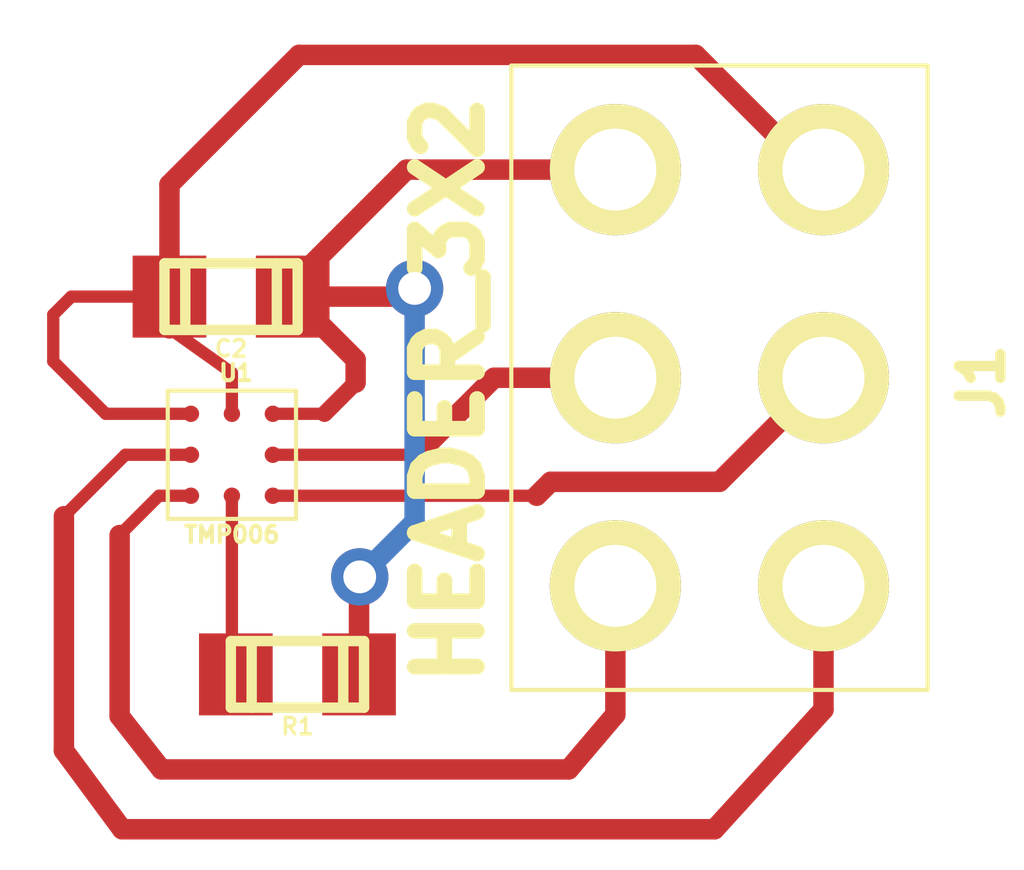
<source format=kicad_pcb>
(kicad_pcb (version 3) (host pcbnew "(2013-08-24 BZR 4298)-stable")

  (general
    (links 11)
    (no_connects 0)
    (area 137.35 102.37 151.0175 112.850001)
    (thickness 1.6)
    (drawings 0)
    (tracks 51)
    (zones 0)
    (modules 4)
    (nets 8)
  )

  (page A)
  (layers
    (15 F.Cu signal)
    (0 B.Cu signal)
    (16 B.Adhes user)
    (17 F.Adhes user)
    (18 B.Paste user)
    (19 F.Paste user)
    (20 B.SilkS user)
    (21 F.SilkS user)
    (22 B.Mask user)
    (23 F.Mask user)
    (24 Dwgs.User user)
    (25 Cmts.User user)
    (26 Eco1.User user)
    (27 Eco2.User user)
    (28 Edge.Cuts user)
  )

  (setup
    (last_trace_width 0.15)
    (user_trace_width 0.1)
    (user_trace_width 0.15)
    (user_trace_width 0.2)
    (user_trace_width 0.25)
    (user_trace_width 0.3)
    (user_trace_width 0.4)
    (user_trace_width 0.5)
    (user_trace_width 0.6)
    (user_trace_width 0.7)
    (user_trace_width 0.8)
    (user_trace_width 0.9)
    (user_trace_width 1)
    (trace_clearance 0.05)
    (zone_clearance 0.8)
    (zone_45_only no)
    (trace_min 0.1)
    (segment_width 0.2)
    (edge_width 0.1)
    (via_size 0.7)
    (via_drill 0.4)
    (via_min_size 0.7)
    (via_min_drill 0.4)
    (uvia_size 0.4)
    (uvia_drill 0.127)
    (uvias_allowed no)
    (uvia_min_size 0.4)
    (uvia_min_drill 0.127)
    (pcb_text_width 0.3)
    (pcb_text_size 1.5 1.5)
    (mod_edge_width 0.15)
    (mod_text_size 1 1)
    (mod_text_width 0.15)
    (pad_size 0.2 0.2)
    (pad_drill 0)
    (pad_to_mask_clearance 0)
    (aux_axis_origin 0 0)
    (visible_elements 7FFFFFFF)
    (pcbplotparams
      (layerselection 3178497)
      (usegerberextensions false)
      (excludeedgelayer true)
      (linewidth 0.150000)
      (plotframeref false)
      (viasonmask false)
      (mode 1)
      (useauxorigin false)
      (hpglpennumber 1)
      (hpglpenspeed 20)
      (hpglpendiameter 15)
      (hpglpenoverlay 2)
      (psnegative false)
      (psa4output false)
      (plotreference true)
      (plotvalue true)
      (plotothertext true)
      (plotinvisibletext false)
      (padsonsilk false)
      (subtractmaskfromsilk false)
      (outputformat 2)
      (mirror false)
      (drillshape 0)
      (scaleselection 1)
      (outputdirectory ""))
  )

  (net 0 "")
  (net 1 +2.8v)
  (net 2 ADR0)
  (net 3 ADR1)
  (net 4 GND)
  (net 5 N-000006)
  (net 6 SCL)
  (net 7 SDA)

  (net_class Default "This is the default net class."
    (clearance 0.05)
    (trace_width 0.5)
    (via_dia 0.7)
    (via_drill 0.4)
    (uvia_dia 0.4)
    (uvia_drill 0.127)
    (add_net "")
    (add_net +2.8v)
    (add_net ADR0)
    (add_net ADR1)
    (add_net GND)
    (add_net N-000006)
    (add_net SCL)
    (add_net SDA)
  )

  (module TED_SM0603 (layer F.Cu) (tedit 527731CB) (tstamp 52A599AD)
    (at 141.49 105.99 180)
    (descr "SMT capacitor, 0603")
    (path /5295936A)
    (fp_text reference C2 (at 0 -0.635 180) (layer F.SilkS)
      (effects (font (size 0.20066 0.20066) (thickness 0.04064)))
    )
    (fp_text value .1uF (at 0 0.635 180) (layer F.SilkS) hide
      (effects (font (size 0.20066 0.20066) (thickness 0.04064)))
    )
    (fp_line (start 0.5588 0.4064) (end 0.5588 -0.4064) (layer F.SilkS) (width 0.127))
    (fp_line (start -0.5588 -0.381) (end -0.5588 0.4064) (layer F.SilkS) (width 0.127))
    (fp_line (start -0.8128 -0.4064) (end 0.8128 -0.4064) (layer F.SilkS) (width 0.127))
    (fp_line (start 0.8128 -0.4064) (end 0.8128 0.4064) (layer F.SilkS) (width 0.127))
    (fp_line (start 0.8128 0.4064) (end -0.8128 0.4064) (layer F.SilkS) (width 0.127))
    (fp_line (start -0.8128 0.4064) (end -0.8128 -0.4064) (layer F.SilkS) (width 0.127))
    (pad 2 smd rect (at 0.75184 0 180) (size 0.89916 1.00076)
      (layers F.Cu F.Paste F.Mask)
      (net 4 GND)
      (clearance 0.1)
    )
    (pad 1 smd rect (at -0.75184 0 180) (size 0.89916 1.00076)
      (layers F.Cu F.Paste F.Mask)
      (net 1 +2.8v)
      (clearance 0.1)
    )
    (model smd/capacitors/c_0603.wrl
      (at (xyz 0 0 0))
      (scale (xyz 1 1 1))
      (rotate (xyz 0 0 0))
    )
  )

  (module TED_HEADER_3x2_BOTTOM (layer F.Cu) (tedit 52A869D9) (tstamp 52A59EC5)
    (at 147.45 106.98 270)
    (path /52A55745)
    (fp_text reference J1 (at 0.05 -3.2 270) (layer F.SilkS)
      (effects (font (size 0.508 0.508) (thickness 0.127)))
    )
    (fp_text value HEADER_3X2 (at 0.15 3.3 270) (layer F.SilkS)
      (effects (font (size 0.762 0.762) (thickness 0.1905)))
    )
    (fp_line (start 3.81 2.54) (end -3.81 2.54) (layer F.SilkS) (width 0.0508))
    (fp_line (start -3.81 2.54) (end -3.81 -2.54) (layer F.SilkS) (width 0.0508))
    (fp_line (start -3.81 -2.54) (end 3.81 -2.54) (layer F.SilkS) (width 0.0508))
    (fp_line (start 3.81 -2.54) (end 3.81 2.54) (layer F.SilkS) (width 0.0508))
    (pad 1 thru_hole circle (at -2.54 1.27 270) (size 1.6 1.6) (drill 1)
      (layers *.Mask F.Cu F.SilkS)
      (net 1 +2.8v)
      (clearance 0.3)
    )
    (pad 2 thru_hole circle (at 0 1.27 270) (size 1.6 1.6) (drill 1)
      (layers *.Mask F.Cu F.SilkS)
      (net 6 SCL)
      (clearance 0.3)
    )
    (pad 3 thru_hole circle (at 2.54 1.27 270) (size 1.6 1.6) (drill 1)
      (layers *.Mask F.Cu F.SilkS)
      (net 2 ADR0)
      (clearance 0.3)
    )
    (pad 4 thru_hole circle (at 2.54 -1.27 270) (size 1.6 1.6) (drill 1)
      (layers *.Mask F.Cu F.SilkS)
      (net 3 ADR1)
      (clearance 0.3)
    )
    (pad 5 thru_hole circle (at 0 -1.27 270) (size 1.6 1.6) (drill 1)
      (layers *.Mask F.Cu F.SilkS)
      (net 7 SDA)
      (clearance 0.3)
    )
    (pad 6 thru_hole circle (at -2.54 -1.27 270) (size 1.6 1.6) (drill 1)
      (layers *.Mask F.Cu F.SilkS)
      (net 4 GND)
      (clearance 0.3)
    )
  )

  (module TED_SM0603 (layer F.Cu) (tedit 527731CB) (tstamp 52AAC3DD)
    (at 142.3 110.6 180)
    (descr "SMT capacitor, 0603")
    (path /52AA7ACD)
    (fp_text reference R1 (at 0 -0.635 180) (layer F.SilkS)
      (effects (font (size 0.20066 0.20066) (thickness 0.04064)))
    )
    (fp_text value 10k (at 0 0.635 180) (layer F.SilkS) hide
      (effects (font (size 0.20066 0.20066) (thickness 0.04064)))
    )
    (fp_line (start 0.5588 0.4064) (end 0.5588 -0.4064) (layer F.SilkS) (width 0.127))
    (fp_line (start -0.5588 -0.381) (end -0.5588 0.4064) (layer F.SilkS) (width 0.127))
    (fp_line (start -0.8128 -0.4064) (end 0.8128 -0.4064) (layer F.SilkS) (width 0.127))
    (fp_line (start 0.8128 -0.4064) (end 0.8128 0.4064) (layer F.SilkS) (width 0.127))
    (fp_line (start 0.8128 0.4064) (end -0.8128 0.4064) (layer F.SilkS) (width 0.127))
    (fp_line (start -0.8128 0.4064) (end -0.8128 -0.4064) (layer F.SilkS) (width 0.127))
    (pad 2 smd rect (at 0.75184 0 180) (size 0.89916 1.00076)
      (layers F.Cu F.Paste F.Mask)
      (net 5 N-000006)
      (clearance 0.1)
    )
    (pad 1 smd rect (at -0.75184 0 180) (size 0.89916 1.00076)
      (layers F.Cu F.Paste F.Mask)
      (net 1 +2.8v)
      (clearance 0.1)
    )
    (model smd/capacitors/c_0603.wrl
      (at (xyz 0 0 0))
      (scale (xyz 1 1 1))
      (rotate (xyz 0 0 0))
    )
  )

  (module TED_DSBGA-8 (layer F.Cu) (tedit 52ACD199) (tstamp 52AAC3DE)
    (at 141.5 107.92)
    (path /52AA7A5F)
    (fp_text reference U1 (at 0.05 -1) (layer F.SilkS)
      (effects (font (size 0.2 0.2) (thickness 0.05)))
    )
    (fp_text value TMP006 (at 0 0.975) (layer F.SilkS)
      (effects (font (size 0.2 0.2) (thickness 0.05)))
    )
    (fp_line (start -0.7825 -0.7825) (end 0.7825 -0.7825) (layer F.SilkS) (width 0.0508))
    (fp_line (start 0.7825 -0.7825) (end 0.7825 0.7825) (layer F.SilkS) (width 0.0508))
    (fp_line (start 0.7825 0.7825) (end -0.7825 0.7825) (layer F.SilkS) (width 0.0508))
    (fp_line (start -0.7825 0.7825) (end -0.7825 -0.7825) (layer F.SilkS) (width 0.0508))
    (pad B3 smd circle (at 0.5 0) (size 0.2 0.2)
      (layers F.Cu F.Paste F.Mask)
      (net 6 SCL)
      (clearance 0.05)
    )
    (pad B1 smd circle (at -0.5 0) (size 0.2 0.2)
      (layers F.Cu F.Paste F.Mask)
      (net 3 ADR1)
      (clearance 0.05)
    )
    (pad C1 smd circle (at -0.5 0.5) (size 0.2 0.2)
      (layers F.Cu F.Paste F.Mask)
      (net 2 ADR0)
      (clearance 0.05)
    )
    (pad C2 smd circle (at 0 0.5) (size 0.2 0.2)
      (layers F.Cu F.Paste F.Mask)
      (net 5 N-000006)
      (clearance 0.05)
    )
    (pad C3 smd circle (at 0.5 0.5) (size 0.2 0.2)
      (layers F.Cu F.Paste F.Mask)
      (net 7 SDA)
      (clearance 0.05)
    )
    (pad A3 smd circle (at 0.5 -0.5) (size 0.2 0.2)
      (layers F.Cu F.Paste F.Mask)
      (net 1 +2.8v)
      (clearance 0.05)
    )
    (pad A1 smd circle (at -0.5 -0.5) (size 0.2 0.2)
      (layers F.Cu F.Paste F.Mask)
      (net 4 GND)
      (clearance 0.05)
    )
    (pad A2 smd circle (at 0 -0.5) (size 0.2 0.2)
      (layers F.Cu F.Paste F.Mask)
      (net 4 GND)
      (clearance 0.05)
    )
  )

  (segment (start 143.05184 110.6) (end 143.05184 109.41816) (width 0.25) (layer F.Cu) (net 1))
  (segment (start 143.63 105.99) (end 142.24184 105.99) (width 0.25) (layer F.Cu) (net 1) (tstamp 52ACD05C))
  (segment (start 143.73 105.89) (end 143.63 105.99) (width 0.25) (layer F.Cu) (net 1) (tstamp 52ACD05B))
  (via (at 143.73 105.89) (size 0.7) (layers F.Cu B.Cu) (net 1))
  (segment (start 143.73 108.74) (end 143.73 105.89) (width 0.25) (layer B.Cu) (net 1) (tstamp 52ACD049))
  (segment (start 143.06 109.41) (end 143.73 108.74) (width 0.25) (layer B.Cu) (net 1) (tstamp 52ACD048))
  (via (at 143.06 109.41) (size 0.7) (layers F.Cu B.Cu) (net 1))
  (segment (start 143.05184 109.41816) (end 143.06 109.41) (width 0.25) (layer F.Cu) (net 1) (tstamp 52ACD046))
  (segment (start 142.24184 105.99) (end 142.24184 105.82816) (width 0.25) (layer F.Cu) (net 1))
  (segment (start 143.63 104.44) (end 146.18 104.44) (width 0.25) (layer F.Cu) (net 1) (tstamp 52ACD01F))
  (segment (start 142.24184 105.82816) (end 143.63 104.44) (width 0.25) (layer F.Cu) (net 1) (tstamp 52ACD01E))
  (segment (start 142 107.42) (end 142.63 107.42) (width 0.15) (layer F.Cu) (net 1))
  (segment (start 143.01 106.75816) (end 142.24184 105.99) (width 0.25) (layer F.Cu) (net 1) (tstamp 52ACCFE2))
  (segment (start 143.01 107.04) (end 143.01 106.75816) (width 0.25) (layer F.Cu) (net 1) (tstamp 52ACCFE1))
  (segment (start 142.63 107.42) (end 143.01 107.04) (width 0.2) (layer F.Cu) (net 1) (tstamp 52ACCFDF))
  (segment (start 141 108.42) (end 140.61 108.42) (width 0.15) (layer F.Cu) (net 2))
  (segment (start 146.18 111.09) (end 146.18 109.52) (width 0.25) (layer F.Cu) (net 2) (tstamp 52ACD008))
  (segment (start 145.61 111.76) (end 146.18 111.09) (width 0.25) (layer F.Cu) (net 2) (tstamp 52ACD007))
  (segment (start 140.64 111.76) (end 145.61 111.76) (width 0.25) (layer F.Cu) (net 2) (tstamp 52ACD005))
  (segment (start 140.13 111.11) (end 140.64 111.76) (width 0.25) (layer F.Cu) (net 2) (tstamp 52ACD004))
  (segment (start 140.13 108.9) (end 140.13 111.11) (width 0.25) (layer F.Cu) (net 2) (tstamp 52ACD002))
  (segment (start 140.61 108.42) (end 140.13 108.9) (width 0.15) (layer F.Cu) (net 2) (tstamp 52ACD001))
  (segment (start 141 107.92) (end 140.2 107.92) (width 0.15) (layer F.Cu) (net 3))
  (segment (start 148.72 111.03) (end 148.72 109.52) (width 0.25) (layer F.Cu) (net 3) (tstamp 52ACD016))
  (segment (start 147.39 112.49) (end 148.72 111.03) (width 0.25) (layer F.Cu) (net 3) (tstamp 52ACD013))
  (segment (start 140.16 112.49) (end 147.39 112.49) (width 0.25) (layer F.Cu) (net 3) (tstamp 52ACD011))
  (segment (start 139.45 111.53) (end 140.16 112.49) (width 0.25) (layer F.Cu) (net 3) (tstamp 52ACD010))
  (segment (start 139.45 108.67) (end 139.45 111.53) (width 0.25) (layer F.Cu) (net 3) (tstamp 52ACD00D))
  (segment (start 140.2 107.92) (end 139.45 108.67) (width 0.15) (layer F.Cu) (net 3) (tstamp 52ACD00C))
  (segment (start 141 107.42) (end 139.96 107.42) (width 0.15) (layer F.Cu) (net 4) (status 400000))
  (segment (start 139.54 105.99) (end 140.73816 105.99) (width 0.15) (layer F.Cu) (net 4) (tstamp 52ACEDCC) (status 800000))
  (segment (start 139.32 106.21) (end 139.54 105.99) (width 0.15) (layer F.Cu) (net 4) (tstamp 52ACEDCB))
  (segment (start 139.32 106.78) (end 139.32 106.21) (width 0.15) (layer F.Cu) (net 4) (tstamp 52ACEDC9))
  (segment (start 139.96 107.42) (end 139.32 106.78) (width 0.15) (layer F.Cu) (net 4) (tstamp 52ACEDC6))
  (segment (start 148.72 104.44) (end 148.56 104.44) (width 0.25) (layer F.Cu) (net 4))
  (segment (start 140.73816 104.62184) (end 140.73816 105.99) (width 0.25) (layer F.Cu) (net 4) (tstamp 52ACD028))
  (segment (start 142.32 103.04) (end 140.73816 104.62184) (width 0.25) (layer F.Cu) (net 4) (tstamp 52ACD026))
  (segment (start 147.16 103.04) (end 142.32 103.04) (width 0.25) (layer F.Cu) (net 4) (tstamp 52ACD024))
  (segment (start 148.56 104.44) (end 147.16 103.04) (width 0.25) (layer F.Cu) (net 4) (tstamp 52ACD023))
  (segment (start 141.5 107.42) (end 141.5 106.92) (width 0.15) (layer F.Cu) (net 4) (status 400000))
  (segment (start 140.73816 106.37816) (end 140.73816 105.99) (width 0.25) (layer F.Cu) (net 4) (tstamp 52ACCFDA))
  (segment (start 141.5 106.92) (end 140.73816 106.37816) (width 0.15) (layer F.Cu) (net 4) (tstamp 52ACCFD9))
  (segment (start 141.5 108.42) (end 141.5 110.55184) (width 0.15) (layer F.Cu) (net 5) (status 20))
  (segment (start 141.5 110.55184) (end 141.54816 110.6) (width 0.25) (layer F.Cu) (net 5) (tstamp 52ACCFF7) (status 30))
  (segment (start 142 107.92) (end 143.76 107.92) (width 0.15) (layer F.Cu) (net 6))
  (segment (start 144.7 106.98) (end 146.18 106.98) (width 0.25) (layer F.Cu) (net 6) (tstamp 52ACCFE7))
  (segment (start 143.76 107.92) (end 144.7 106.98) (width 0.25) (layer F.Cu) (net 6) (tstamp 52ACCFE6))
  (segment (start 142 108.42) (end 145.22 108.42) (width 0.15) (layer F.Cu) (net 7))
  (segment (start 147.45 108.25) (end 148.72 106.98) (width 0.25) (layer F.Cu) (net 7) (tstamp 52ACCFF2))
  (segment (start 145.39 108.25) (end 147.45 108.25) (width 0.25) (layer F.Cu) (net 7) (tstamp 52ACCFEC))
  (segment (start 145.22 108.42) (end 145.39 108.25) (width 0.25) (layer F.Cu) (net 7) (tstamp 52ACCFEB))

  (zone (net 4) (net_name GND) (layer B.Cu) (tstamp 52AAC4B9) (hatch edge 0.508)
    (connect_pads (clearance 0.8))
    (min_thickness 0.254)
    (fill (arc_segments 16) (thermal_gap 0.508) (thermal_bridge_width 0.508))
    (polygon
      (pts
        (xy 138.67 102.51) (xy 138.67 112.99) (xy 150.5 112.85) (xy 150.5 102.37)
      )
    )
  )
  (zone (net 0) (net_name "") (layer B.Cu) (tstamp 52AAC4BB) (hatch edge 0.508)
    (connect_pads (clearance 0.8))
    (min_thickness 0.254)
    (keepout (tracks allowed) (vias allowed) (copperpour not_allowed))
    (fill (arc_segments 16) (thermal_gap 0.508) (thermal_bridge_width 0.508))
    (polygon
      (pts
        (xy 144.89 103.07) (xy 144.87 110.8) (xy 150.01 110.77) (xy 150.05 103.07)
      )
    )
  )
)

</source>
